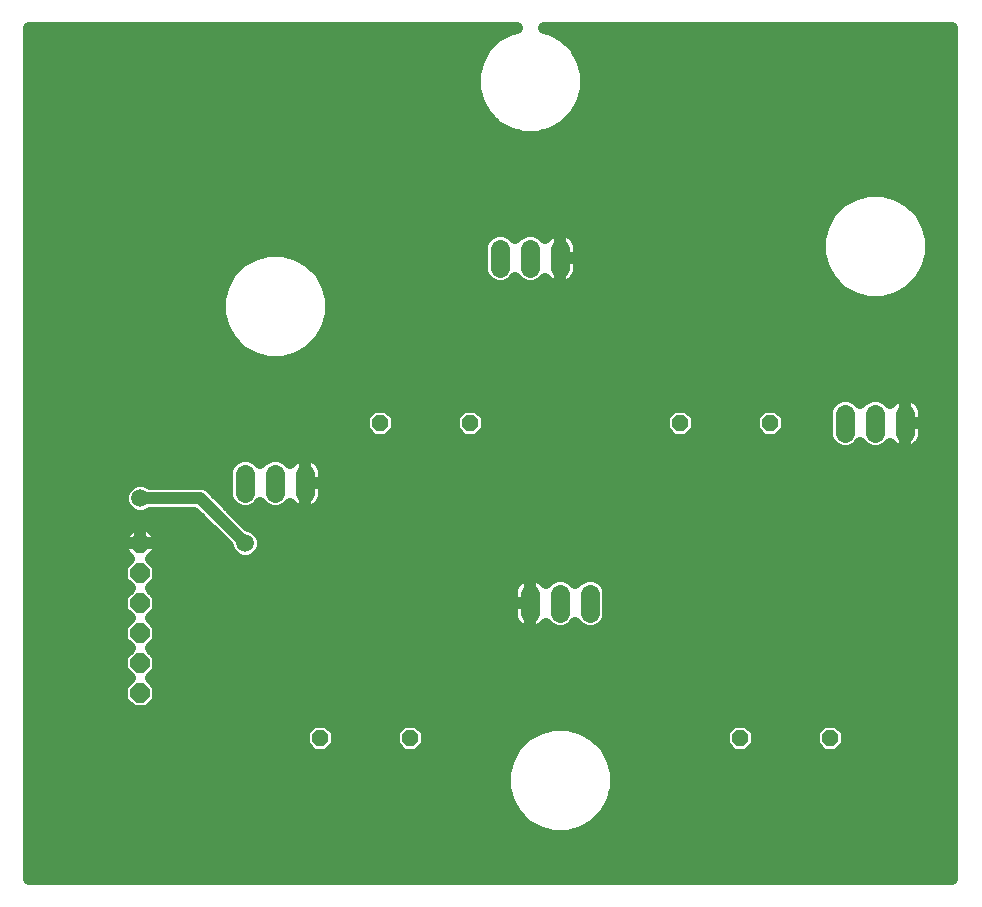
<source format=gbl>
G75*
G70*
%OFA0B0*%
%FSLAX24Y24*%
%IPPOS*%
%LPD*%
%AMOC8*
5,1,8,0,0,1.08239X$1,22.5*
%
%ADD10OC8,0.0560*%
%ADD11OC8,0.0640*%
%ADD12C,0.0640*%
%ADD13C,0.0400*%
%ADD14C,0.0594*%
D10*
X010300Y005300D03*
X013300Y005300D03*
X024300Y005300D03*
X027300Y005300D03*
X025300Y015800D03*
X022300Y015800D03*
X015300Y015800D03*
X012300Y015800D03*
D11*
X004300Y011800D03*
X004300Y010800D03*
X004300Y009800D03*
X004300Y008800D03*
X004300Y007800D03*
X004300Y006800D03*
D12*
X007800Y013480D02*
X007800Y014120D01*
X008800Y014120D02*
X008800Y013480D01*
X009800Y013480D02*
X009800Y014120D01*
X017300Y010120D02*
X017300Y009480D01*
X018300Y009480D02*
X018300Y010120D01*
X019300Y010120D02*
X019300Y009480D01*
X027800Y015480D02*
X027800Y016120D01*
X028800Y016120D02*
X028800Y015480D01*
X029800Y015480D02*
X029800Y016120D01*
X018300Y020980D02*
X018300Y021620D01*
X017300Y021620D02*
X017300Y020980D01*
X016300Y020980D02*
X016300Y021620D01*
D13*
X000600Y028996D02*
X000600Y000600D01*
X031370Y000600D01*
X031370Y028996D01*
X017745Y028996D01*
X018014Y028924D01*
X018436Y028680D01*
X018780Y028336D01*
X019024Y027914D01*
X019150Y027444D01*
X019150Y026956D01*
X019024Y026486D01*
X018780Y026064D01*
X018436Y025720D01*
X018014Y025476D01*
X017544Y025350D01*
X017056Y025350D01*
X016586Y025476D01*
X016164Y025720D01*
X015820Y026064D01*
X015576Y026486D01*
X015450Y026956D01*
X015450Y027444D01*
X015576Y027914D01*
X015820Y028336D01*
X016164Y028680D01*
X016586Y028924D01*
X016855Y028996D01*
X000600Y028996D01*
X000600Y028985D02*
X016812Y028985D01*
X016070Y028586D02*
X000600Y028586D01*
X000600Y028188D02*
X015734Y028188D01*
X015543Y027789D02*
X000600Y027789D01*
X000600Y027391D02*
X015450Y027391D01*
X015450Y026992D02*
X000600Y026992D01*
X000600Y026594D02*
X015547Y026594D01*
X015744Y026195D02*
X000600Y026195D01*
X000600Y025797D02*
X016087Y025797D01*
X016877Y025398D02*
X000600Y025398D01*
X000600Y025000D02*
X031370Y025000D01*
X031370Y025398D02*
X017723Y025398D01*
X018513Y025797D02*
X031370Y025797D01*
X031370Y026195D02*
X018856Y026195D01*
X019053Y026594D02*
X031370Y026594D01*
X031370Y026992D02*
X019150Y026992D01*
X019150Y027391D02*
X031370Y027391D01*
X031370Y027789D02*
X019057Y027789D01*
X018866Y028188D02*
X031370Y028188D01*
X031370Y028586D02*
X018530Y028586D01*
X017788Y028985D02*
X031370Y028985D01*
X031370Y024601D02*
X000600Y024601D01*
X000600Y024203D02*
X031370Y024203D01*
X031370Y023804D02*
X000600Y023804D01*
X000600Y023406D02*
X028054Y023406D01*
X028086Y023424D02*
X027664Y023180D01*
X027320Y022836D01*
X027076Y022414D01*
X026950Y021944D01*
X026950Y021456D01*
X027076Y020986D01*
X027320Y020564D01*
X027664Y020220D01*
X028086Y019976D01*
X028556Y019850D01*
X029044Y019850D01*
X029514Y019976D01*
X029936Y020220D01*
X030280Y020564D01*
X030524Y020986D01*
X030650Y021456D01*
X030650Y021944D01*
X030524Y022414D01*
X030280Y022836D01*
X029936Y023180D01*
X029514Y023424D01*
X029044Y023550D01*
X028556Y023550D01*
X028086Y023424D01*
X027491Y023007D02*
X000600Y023007D01*
X000600Y022609D02*
X027188Y022609D01*
X027021Y022210D02*
X018490Y022210D01*
X018445Y022225D02*
X018349Y022240D01*
X018300Y022240D01*
X018300Y021300D01*
X018920Y021300D01*
X018920Y021669D01*
X018905Y021765D01*
X018875Y021858D01*
X018830Y021945D01*
X018773Y022024D01*
X018704Y022093D01*
X018625Y022150D01*
X018538Y022195D01*
X018445Y022225D01*
X018300Y022210D02*
X018300Y022210D01*
X018300Y022240D02*
X018251Y022240D01*
X018155Y022225D01*
X018062Y022195D01*
X017975Y022150D01*
X017896Y022093D01*
X017827Y022024D01*
X017792Y021976D01*
X017640Y022129D01*
X017419Y022220D01*
X017181Y022220D01*
X016960Y022129D01*
X016800Y021969D01*
X016640Y022129D01*
X016419Y022220D01*
X016181Y022220D01*
X015960Y022129D01*
X015791Y021960D01*
X015700Y021739D01*
X015700Y020861D01*
X015791Y020640D01*
X015960Y020471D01*
X016181Y020380D01*
X016419Y020380D01*
X016640Y020471D01*
X016800Y020631D01*
X016960Y020471D01*
X017181Y020380D01*
X017419Y020380D01*
X017640Y020471D01*
X017792Y020624D01*
X017827Y020576D01*
X017896Y020507D01*
X017975Y020450D01*
X018062Y020405D01*
X018155Y020375D01*
X018251Y020360D01*
X018300Y020360D01*
X018349Y020360D01*
X018445Y020375D01*
X018538Y020405D01*
X018625Y020450D01*
X018704Y020507D01*
X018773Y020576D01*
X018830Y020655D01*
X018875Y020742D01*
X018905Y020835D01*
X018920Y020931D01*
X018920Y021300D01*
X018300Y021300D01*
X018300Y021300D01*
X018300Y021300D01*
X018300Y020360D01*
X018300Y021300D01*
X018300Y021300D01*
X018300Y022240D01*
X018110Y022210D02*
X017443Y022210D01*
X017157Y022210D02*
X016443Y022210D01*
X016157Y022210D02*
X000600Y022210D01*
X000600Y021812D02*
X015730Y021812D01*
X015700Y021413D02*
X009533Y021413D01*
X009514Y021424D02*
X009936Y021180D01*
X010280Y020836D01*
X010524Y020414D01*
X010650Y019944D01*
X010650Y019456D01*
X010524Y018986D01*
X010280Y018564D01*
X009936Y018220D01*
X009514Y017976D01*
X009044Y017850D01*
X008556Y017850D01*
X008086Y017976D01*
X007664Y018220D01*
X007320Y018564D01*
X007076Y018986D01*
X006950Y019456D01*
X006950Y019944D01*
X007076Y020414D01*
X007320Y020836D01*
X007664Y021180D01*
X008086Y021424D01*
X008556Y021550D01*
X009044Y021550D01*
X009514Y021424D01*
X010102Y021015D02*
X015700Y021015D01*
X015815Y020616D02*
X010407Y020616D01*
X010577Y020218D02*
X027668Y020218D01*
X027290Y020616D02*
X018802Y020616D01*
X018920Y021015D02*
X027068Y021015D01*
X026962Y021413D02*
X018920Y021413D01*
X018890Y021812D02*
X026950Y021812D01*
X029546Y023406D02*
X031370Y023406D01*
X031370Y023007D02*
X030109Y023007D01*
X030412Y022609D02*
X031370Y022609D01*
X031370Y022210D02*
X030579Y022210D01*
X030650Y021812D02*
X031370Y021812D01*
X031370Y021413D02*
X030638Y021413D01*
X030532Y021015D02*
X031370Y021015D01*
X031370Y020616D02*
X030310Y020616D01*
X029932Y020218D02*
X031370Y020218D01*
X031370Y019819D02*
X010650Y019819D01*
X010640Y019421D02*
X031370Y019421D01*
X031370Y019022D02*
X010534Y019022D01*
X010315Y018624D02*
X031370Y018624D01*
X031370Y018225D02*
X009941Y018225D01*
X012068Y016360D02*
X011740Y016032D01*
X011740Y015568D01*
X012068Y015240D01*
X012532Y015240D01*
X012860Y015568D01*
X012860Y016032D01*
X012532Y016360D01*
X012068Y016360D01*
X011941Y016233D02*
X000600Y016233D01*
X000600Y015834D02*
X011740Y015834D01*
X011873Y015436D02*
X000600Y015436D01*
X000600Y015037D02*
X027394Y015037D01*
X027460Y014971D02*
X027681Y014880D01*
X027919Y014880D01*
X028140Y014971D01*
X028300Y015131D01*
X028460Y014971D01*
X028681Y014880D01*
X028919Y014880D01*
X029140Y014971D01*
X029292Y015124D01*
X029327Y015076D01*
X029396Y015007D01*
X029475Y014950D01*
X029562Y014905D01*
X029655Y014875D01*
X029751Y014860D01*
X029800Y014860D01*
X029849Y014860D01*
X029945Y014875D01*
X030038Y014905D01*
X030125Y014950D01*
X030204Y015007D01*
X030273Y015076D01*
X030330Y015155D01*
X030375Y015242D01*
X030405Y015335D01*
X030420Y015431D01*
X030420Y015800D01*
X030420Y016169D01*
X030405Y016265D01*
X030375Y016358D01*
X030330Y016445D01*
X030273Y016524D01*
X030204Y016593D01*
X030125Y016650D01*
X030038Y016695D01*
X029945Y016725D01*
X029849Y016740D01*
X029800Y016740D01*
X029800Y015800D01*
X030420Y015800D01*
X029800Y015800D01*
X029800Y015800D01*
X029800Y015800D01*
X029800Y014860D01*
X029800Y015800D01*
X029800Y015800D01*
X029800Y016740D01*
X029751Y016740D01*
X029655Y016725D01*
X029562Y016695D01*
X029475Y016650D01*
X029396Y016593D01*
X029327Y016524D01*
X029292Y016476D01*
X029140Y016629D01*
X028919Y016720D01*
X028681Y016720D01*
X028460Y016629D01*
X028300Y016469D01*
X028140Y016629D01*
X027919Y016720D01*
X027681Y016720D01*
X027460Y016629D01*
X027291Y016460D01*
X027200Y016239D01*
X027200Y015361D01*
X027291Y015140D01*
X027460Y014971D01*
X027200Y015436D02*
X025727Y015436D01*
X025860Y015568D02*
X025532Y015240D01*
X025068Y015240D01*
X024740Y015568D01*
X024740Y016032D01*
X025068Y016360D01*
X025532Y016360D01*
X025860Y016032D01*
X025860Y015568D01*
X025860Y015834D02*
X027200Y015834D01*
X027200Y016233D02*
X025659Y016233D01*
X024941Y016233D02*
X022659Y016233D01*
X022532Y016360D02*
X022860Y016032D01*
X022860Y015568D01*
X022532Y015240D01*
X022068Y015240D01*
X021740Y015568D01*
X021740Y016032D01*
X022068Y016360D01*
X022532Y016360D01*
X021941Y016233D02*
X015659Y016233D01*
X015532Y016360D02*
X015068Y016360D01*
X014740Y016032D01*
X014740Y015568D01*
X015068Y015240D01*
X015532Y015240D01*
X015860Y015568D01*
X015860Y016032D01*
X015532Y016360D01*
X014941Y016233D02*
X012659Y016233D01*
X012860Y015834D02*
X014740Y015834D01*
X014873Y015436D02*
X012727Y015436D01*
X010375Y014358D02*
X010330Y014445D01*
X010273Y014524D01*
X010204Y014593D01*
X010125Y014650D01*
X010038Y014695D01*
X009945Y014725D01*
X009849Y014740D01*
X009800Y014740D01*
X009800Y013800D01*
X010420Y013800D01*
X010420Y014169D01*
X010405Y014265D01*
X010375Y014358D01*
X010409Y014240D02*
X031370Y014240D01*
X031370Y014639D02*
X010141Y014639D01*
X009800Y014639D02*
X009800Y014639D01*
X009800Y014740D02*
X009751Y014740D01*
X009655Y014725D01*
X009562Y014695D01*
X009475Y014650D01*
X009396Y014593D01*
X009327Y014524D01*
X009292Y014476D01*
X009140Y014629D01*
X008919Y014720D01*
X008681Y014720D01*
X008460Y014629D01*
X008300Y014469D01*
X008140Y014629D01*
X007919Y014720D01*
X007681Y014720D01*
X007460Y014629D01*
X007291Y014460D01*
X007200Y014239D01*
X007200Y013361D01*
X007291Y013140D01*
X007460Y012971D01*
X007681Y012880D01*
X007919Y012880D01*
X008140Y012971D01*
X008300Y013131D01*
X008460Y012971D01*
X008681Y012880D01*
X008919Y012880D01*
X009140Y012971D01*
X009292Y013124D01*
X009327Y013076D01*
X009396Y013007D01*
X009475Y012950D01*
X009562Y012905D01*
X009655Y012875D01*
X009751Y012860D01*
X009800Y012860D01*
X009849Y012860D01*
X009945Y012875D01*
X010038Y012905D01*
X010125Y012950D01*
X010204Y013007D01*
X010273Y013076D01*
X010330Y013155D01*
X010375Y013242D01*
X010405Y013335D01*
X010420Y013431D01*
X010420Y013800D01*
X009800Y013800D01*
X009800Y013800D01*
X009800Y013800D01*
X009800Y012860D01*
X009800Y013800D01*
X009800Y013800D01*
X009800Y014740D01*
X009459Y014639D02*
X009116Y014639D01*
X008484Y014639D02*
X008116Y014639D01*
X007484Y014639D02*
X000600Y014639D01*
X000600Y014240D02*
X007200Y014240D01*
X007200Y013842D02*
X004500Y013842D01*
X004415Y013877D02*
X004185Y013877D01*
X003973Y013789D01*
X003811Y013627D01*
X003723Y013415D01*
X003723Y013185D01*
X003811Y012973D01*
X003973Y012811D01*
X004185Y012723D01*
X004415Y012723D01*
X004627Y012811D01*
X004636Y012820D01*
X006101Y012820D01*
X007223Y011698D01*
X007223Y011685D01*
X007311Y011473D01*
X007473Y011311D01*
X007685Y011223D01*
X007915Y011223D01*
X008127Y011311D01*
X008289Y011473D01*
X008377Y011685D01*
X008377Y011915D01*
X008289Y012127D01*
X008127Y012289D01*
X007915Y012377D01*
X007902Y012377D01*
X006707Y013572D01*
X006572Y013707D01*
X006395Y013780D01*
X004636Y013780D01*
X004627Y013789D01*
X004415Y013877D01*
X004100Y013842D02*
X000600Y013842D01*
X000600Y013443D02*
X003735Y013443D01*
X003781Y013045D02*
X000600Y013045D01*
X000600Y012646D02*
X006275Y012646D01*
X006674Y012248D02*
X004729Y012248D01*
X004557Y012420D02*
X004920Y012057D01*
X004920Y011800D01*
X004300Y011800D01*
X004300Y011800D01*
X004300Y011800D01*
X004300Y012420D01*
X004557Y012420D01*
X004300Y012420D02*
X004043Y012420D01*
X003680Y012057D01*
X003680Y011800D01*
X004300Y011800D01*
X004920Y011800D01*
X004920Y011543D01*
X004663Y011286D01*
X004900Y011049D01*
X004900Y010551D01*
X004649Y010300D01*
X004900Y010049D01*
X004900Y009551D01*
X004649Y009300D01*
X004900Y009049D01*
X004900Y008551D01*
X004649Y008300D01*
X004900Y008049D01*
X004900Y007551D01*
X004649Y007300D01*
X004900Y007049D01*
X004900Y006551D01*
X004549Y006200D01*
X004051Y006200D01*
X003700Y006551D01*
X003700Y007049D01*
X003951Y007300D01*
X003700Y007551D01*
X003700Y008049D01*
X003951Y008300D01*
X003700Y008551D01*
X003700Y009049D01*
X003951Y009300D01*
X003700Y009551D01*
X003700Y010049D01*
X003951Y010300D01*
X003700Y010551D01*
X003700Y011049D01*
X003937Y011286D01*
X003680Y011543D01*
X003680Y011800D01*
X004300Y011800D01*
X004300Y011800D01*
X004300Y012420D01*
X004300Y012248D02*
X004300Y012248D01*
X004300Y011849D02*
X004300Y011849D01*
X004920Y011849D02*
X007072Y011849D01*
X007334Y011451D02*
X004827Y011451D01*
X004897Y011052D02*
X031370Y011052D01*
X031370Y011451D02*
X008266Y011451D01*
X008377Y011849D02*
X031370Y011849D01*
X031370Y012248D02*
X008168Y012248D01*
X007633Y012646D02*
X031370Y012646D01*
X031370Y013045D02*
X010241Y013045D01*
X010420Y013443D02*
X031370Y013443D01*
X031370Y013842D02*
X010420Y013842D01*
X009800Y013842D02*
X009800Y013842D01*
X009800Y013443D02*
X009800Y013443D01*
X009800Y013045D02*
X009800Y013045D01*
X009359Y013045D02*
X009213Y013045D01*
X008387Y013045D02*
X008213Y013045D01*
X007387Y013045D02*
X007234Y013045D01*
X007200Y013443D02*
X006836Y013443D01*
X006300Y013300D02*
X004300Y013300D01*
X003871Y012248D02*
X000600Y012248D01*
X000600Y011849D02*
X003680Y011849D01*
X003773Y011451D02*
X000600Y011451D01*
X000600Y011052D02*
X003703Y011052D01*
X003700Y010654D02*
X000600Y010654D01*
X000600Y010255D02*
X003906Y010255D01*
X003700Y009857D02*
X000600Y009857D01*
X000600Y009458D02*
X003793Y009458D01*
X003711Y009060D02*
X000600Y009060D01*
X000600Y008661D02*
X003700Y008661D01*
X003914Y008263D02*
X000600Y008263D01*
X000600Y007864D02*
X003700Y007864D01*
X003786Y007466D02*
X000600Y007466D01*
X000600Y007067D02*
X003718Y007067D01*
X003700Y006669D02*
X000600Y006669D01*
X000600Y006270D02*
X003981Y006270D01*
X004619Y006270D02*
X031370Y006270D01*
X031370Y006669D02*
X004900Y006669D01*
X004882Y007067D02*
X031370Y007067D01*
X031370Y007466D02*
X004814Y007466D01*
X004900Y007864D02*
X031370Y007864D01*
X031370Y008263D02*
X004686Y008263D01*
X004900Y008661D02*
X031370Y008661D01*
X031370Y009060D02*
X019728Y009060D01*
X019809Y009140D02*
X019900Y009361D01*
X019900Y010239D01*
X019809Y010460D01*
X019640Y010629D01*
X019419Y010720D01*
X019181Y010720D01*
X018960Y010629D01*
X018800Y010469D01*
X018640Y010629D01*
X018419Y010720D01*
X018181Y010720D01*
X017960Y010629D01*
X017808Y010476D01*
X017773Y010524D01*
X017704Y010593D01*
X017625Y010650D01*
X017538Y010695D01*
X017445Y010725D01*
X017349Y010740D01*
X017300Y010740D01*
X017300Y009800D01*
X017300Y009800D01*
X017300Y009800D01*
X016680Y009800D01*
X016680Y010169D01*
X016695Y010265D01*
X016725Y010358D01*
X016770Y010445D01*
X016827Y010524D01*
X016896Y010593D01*
X016975Y010650D01*
X017062Y010695D01*
X017155Y010725D01*
X017251Y010740D01*
X017300Y010740D01*
X017300Y009800D01*
X017300Y008860D01*
X017349Y008860D01*
X017445Y008875D01*
X017538Y008905D01*
X017625Y008950D01*
X017704Y009007D01*
X017773Y009076D01*
X017808Y009124D01*
X017960Y008971D01*
X018181Y008880D01*
X018419Y008880D01*
X018640Y008971D01*
X018800Y009131D01*
X018960Y008971D01*
X019181Y008880D01*
X019419Y008880D01*
X019640Y008971D01*
X019809Y009140D01*
X019900Y009458D02*
X031370Y009458D01*
X031370Y009857D02*
X019900Y009857D01*
X019894Y010255D02*
X031370Y010255D01*
X031370Y010654D02*
X019580Y010654D01*
X019020Y010654D02*
X018580Y010654D01*
X018020Y010654D02*
X017619Y010654D01*
X017300Y010654D02*
X017300Y010654D01*
X016981Y010654D02*
X004900Y010654D01*
X004694Y010255D02*
X016694Y010255D01*
X016680Y009857D02*
X004900Y009857D01*
X004807Y009458D02*
X016680Y009458D01*
X016680Y009431D02*
X016695Y009335D01*
X016725Y009242D01*
X016770Y009155D01*
X016827Y009076D01*
X016896Y009007D01*
X016975Y008950D01*
X017062Y008905D01*
X017155Y008875D01*
X017251Y008860D01*
X017300Y008860D01*
X017300Y009800D01*
X017300Y009800D01*
X016680Y009800D01*
X016680Y009431D01*
X016844Y009060D02*
X004889Y009060D01*
X007800Y011800D02*
X006300Y013300D01*
X009800Y014240D02*
X009800Y014240D01*
X007659Y018225D02*
X000600Y018225D01*
X000600Y017827D02*
X031370Y017827D01*
X031370Y017428D02*
X000600Y017428D01*
X000600Y017030D02*
X031370Y017030D01*
X031370Y016631D02*
X030151Y016631D01*
X029800Y016631D02*
X029800Y016631D01*
X029449Y016631D02*
X029134Y016631D01*
X028466Y016631D02*
X028134Y016631D01*
X027466Y016631D02*
X000600Y016631D01*
X000600Y018624D02*
X007285Y018624D01*
X007066Y019022D02*
X000600Y019022D01*
X000600Y019421D02*
X006960Y019421D01*
X006950Y019819D02*
X000600Y019819D01*
X000600Y020218D02*
X007023Y020218D01*
X007193Y020616D02*
X000600Y020616D01*
X000600Y021015D02*
X007498Y021015D01*
X008067Y021413D02*
X000600Y021413D01*
X015727Y015436D02*
X021873Y015436D01*
X021740Y015834D02*
X015860Y015834D01*
X016785Y020616D02*
X016815Y020616D01*
X017785Y020616D02*
X017798Y020616D01*
X018300Y020616D02*
X018300Y020616D01*
X018300Y021015D02*
X018300Y021015D01*
X018300Y021413D02*
X018300Y021413D01*
X018300Y021812D02*
X018300Y021812D01*
X022860Y015834D02*
X024740Y015834D01*
X024873Y015436D02*
X022727Y015436D01*
X028206Y015037D02*
X028394Y015037D01*
X029206Y015037D02*
X029366Y015037D01*
X029800Y015037D02*
X029800Y015037D01*
X029800Y015436D02*
X029800Y015436D01*
X029800Y015834D02*
X029800Y015834D01*
X029800Y016233D02*
X029800Y016233D01*
X030410Y016233D02*
X031370Y016233D01*
X031370Y015834D02*
X030420Y015834D01*
X030420Y015436D02*
X031370Y015436D01*
X031370Y015037D02*
X030234Y015037D01*
X031370Y005872D02*
X000600Y005872D01*
X000600Y005473D02*
X009740Y005473D01*
X009740Y005532D02*
X009740Y005068D01*
X010068Y004740D01*
X010532Y004740D01*
X010860Y005068D01*
X010860Y005532D01*
X010532Y005860D01*
X010068Y005860D01*
X009740Y005532D01*
X009740Y005075D02*
X000600Y005075D01*
X000600Y004676D02*
X016612Y004676D01*
X016576Y004614D02*
X016450Y004144D01*
X016450Y003656D01*
X016576Y003186D01*
X016820Y002764D01*
X017164Y002420D01*
X017586Y002176D01*
X018056Y002050D01*
X018544Y002050D01*
X019014Y002176D01*
X019436Y002420D01*
X019780Y002764D01*
X020024Y003186D01*
X020150Y003656D01*
X020150Y004144D01*
X020024Y004614D01*
X019780Y005036D01*
X019436Y005380D01*
X019014Y005624D01*
X018544Y005750D01*
X018056Y005750D01*
X017586Y005624D01*
X017164Y005380D01*
X016820Y005036D01*
X016576Y004614D01*
X016486Y004278D02*
X000600Y004278D01*
X000600Y003879D02*
X016450Y003879D01*
X016497Y003481D02*
X000600Y003481D01*
X000600Y003082D02*
X016636Y003082D01*
X016900Y002684D02*
X000600Y002684D01*
X000600Y002285D02*
X017397Y002285D01*
X019203Y002285D02*
X031370Y002285D01*
X031370Y001887D02*
X000600Y001887D01*
X000600Y001488D02*
X031370Y001488D01*
X031370Y001090D02*
X000600Y001090D01*
X000600Y000691D02*
X031370Y000691D01*
X031370Y002684D02*
X019700Y002684D01*
X019964Y003082D02*
X031370Y003082D01*
X031370Y003481D02*
X020103Y003481D01*
X020150Y003879D02*
X031370Y003879D01*
X031370Y004278D02*
X020114Y004278D01*
X019988Y004676D02*
X031370Y004676D01*
X031370Y005075D02*
X027860Y005075D01*
X027860Y005068D02*
X027532Y004740D01*
X027068Y004740D01*
X026740Y005068D01*
X026740Y005532D01*
X027068Y005860D01*
X027532Y005860D01*
X027860Y005532D01*
X027860Y005068D01*
X027860Y005473D02*
X031370Y005473D01*
X026740Y005473D02*
X024860Y005473D01*
X024860Y005532D02*
X024532Y005860D01*
X024068Y005860D01*
X023740Y005532D01*
X023740Y005068D01*
X024068Y004740D01*
X024532Y004740D01*
X024860Y005068D01*
X024860Y005532D01*
X024860Y005075D02*
X026740Y005075D01*
X023740Y005075D02*
X019742Y005075D01*
X019275Y005473D02*
X023740Y005473D01*
X018872Y009060D02*
X018728Y009060D01*
X017872Y009060D02*
X017756Y009060D01*
X017300Y009060D02*
X017300Y009060D01*
X017300Y009458D02*
X017300Y009458D01*
X017300Y009857D02*
X017300Y009857D01*
X017300Y010255D02*
X017300Y010255D01*
X013532Y005860D02*
X013068Y005860D01*
X012740Y005532D01*
X012740Y005068D01*
X013068Y004740D01*
X013532Y004740D01*
X013860Y005068D01*
X013860Y005532D01*
X013532Y005860D01*
X013860Y005473D02*
X017325Y005473D01*
X016858Y005075D02*
X013860Y005075D01*
X012740Y005075D02*
X010860Y005075D01*
X010860Y005473D02*
X012740Y005473D01*
D14*
X007800Y011800D03*
X004300Y013300D03*
M02*

</source>
